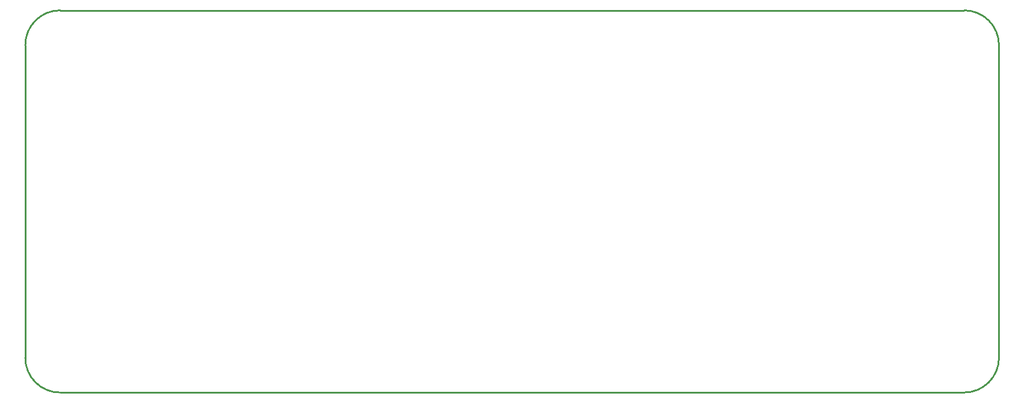
<source format=gko>
G04*
G04 #@! TF.GenerationSoftware,Altium Limited,CircuitStudio,1.5.2 (30)*
G04*
G04 Layer_Color=16720538*
%FSLAX25Y25*%
%MOIN*%
G70*
G01*
G75*
%ADD43C,0.01000*%
D43*
X1074185Y553035D02*
G03*
X1054500Y533350I0J-19685D01*
G01*
X1054500Y356185D02*
G03*
X1074185Y336500I19685J0D01*
G01*
X1585996Y336500D02*
G03*
X1605681Y356185I0J19685D01*
G01*
X1605681Y533350D02*
G03*
X1585996Y553035I-19685J0D01*
G01*
X1074185Y336500D02*
X1585996D01*
X1605681Y356185D02*
Y533350D01*
X1074185Y553035D02*
X1585996D01*
X1054500Y356185D02*
Y533350D01*
M02*

</source>
